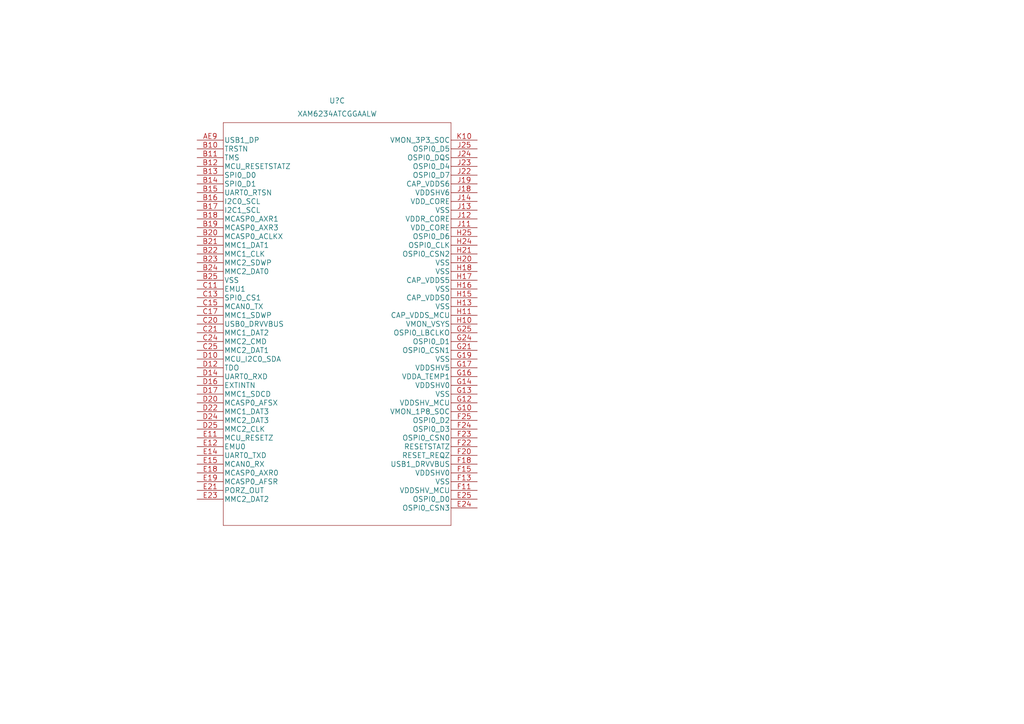
<source format=kicad_sch>
(kicad_sch (version 20211123) (generator eeschema)
  (paper "A4")
  (lib_symbols
    (symbol "XAM6234ATCGGAALW:XAM6234ATCGGAALW" (pin_names (offset 0.254))
      (property "Reference" "U" (at 45.72 10.16 0))
      (property "Value" "XAM6234ATCGGAALW" (at 45.72 7.62 0))
      (symbol "XAM6234ATCGGAALW_1_1"
        (polyline (pts (xy 7.62 -111.76) (xy 83.82 -111.76)) (stroke (width 0.127)))
        (polyline (pts (xy 7.62 5.08) (xy 7.62 -111.76)) (stroke (width 0.127)))
        (polyline (pts (xy 83.82 -111.76) (xy 83.82 5.08)) (stroke (width 0.127)))
        (polyline (pts (xy 83.82 5.08) (xy 7.62 5.08)) (stroke (width 0.127)))
        (pin power_in line (at 0 0 0) (length 7.62) (name "VSS") (number "A1"))
        (pin unspecified line (at 0 -2.54 0) (length 7.62) (name "RSVD1") (number "A2"))
        (pin output line (at 0 -5.08 0) (length 7.62) (name "MCU_OSC0_XO") (number "A3"))
        (pin bidirectional line (at 0 -7.62 0) (length 7.62) (name "WKUP_UART0_RTSN") (number "A4"))
        (pin bidirectional line (at 0 -10.16 0) (length 7.62) (name "MCU_UART0_TXD") (number "A5"))
        (pin bidirectional line (at 0 -12.7 0) (length 7.62) (name "MCU_UART0_CTSN") (number "A6"))
        (pin bidirectional line (at 0 -15.24 0) (length 7.62) (name "MCU_SPI0_CLK") (number "A7"))
        (pin bidirectional line (at 0 -17.78 0) (length 7.62) (name "MCU_I2C0_SCL") (number "A8"))
        (pin bidirectional line (at 0 -20.32 0) (length 7.62) (name "WKUP_I2C0_SDA") (number "A9"))
        (pin unspecified line (at 0 -22.86 0) (length 7.62) (name "RSVD0") (number "B1"))
        (pin input line (at 0 -25.4 0) (length 7.62) (name "MCU_OSC0_XI") (number "B2"))
        (pin bidirectional line (at 0 -27.94 0) (length 7.62) (name "MCU_MCAN0_RX") (number "B3"))
        (pin bidirectional line (at 0 -30.48 0) (length 7.62) (name "WKUP_UART0_RXD") (number "B4"))
        (pin bidirectional line (at 0 -33.02 0) (length 7.62) (name "MCU_UART0_RXD") (number "B5"))
        (pin bidirectional line (at 0 -35.56 0) (length 7.62) (name "MCU_UART0_RTSN") (number "B6"))
        (pin bidirectional line (at 0 -38.1 0) (length 7.62) (name "PMIC_LPM_EN0") (number "B7"))
        (pin bidirectional line (at 0 -40.64 0) (length 7.62) (name "MCU_SPI0_CS1") (number "B8"))
        (pin bidirectional line (at 0 -43.18 0) (length 7.62) (name "WKUP_I2C0_SCL") (number "B9"))
        (pin bidirectional line (at 0 -45.72 0) (length 7.62) (name "WKUP_LFOSC0_XO") (number "C1"))
        (pin input line (at 0 -48.26 0) (length 7.62) (name "WKUP_LFOSC0_XI") (number "C2"))
        (pin bidirectional line (at 0 -50.8 0) (length 7.62) (name "WKUP_UART0_TXD") (number "C5"))
        (pin bidirectional line (at 0 -53.34 0) (length 7.62) (name "WKUP_UART0_CTSN") (number "C6"))
        (pin bidirectional line (at 0 -55.88 0) (length 7.62) (name "MCU_SPI0_D1") (number "C9"))
        (pin bidirectional line (at 0 -58.42 0) (length 7.62) (name "MCU_ERRORN") (number "D1"))
        (pin bidirectional line (at 0 -60.96 0) (length 7.62) (name "MCU_PORZ") (number "D2"))
        (pin bidirectional line (at 0 -63.5 0) (length 7.62) (name "MCU_MCAN1_RX") (number "D4"))
        (pin bidirectional line (at 0 -66.04 0) (length 7.62) (name "MCU_MCAN0_TX") (number "D6"))
        (pin bidirectional line (at 0 -68.58 0) (length 7.62) (name "MCU_SPI0_D0") (number "D9"))
        (pin bidirectional line (at 0 -71.12 0) (length 7.62) (name "DDR0_DQS0") (number "E1"))
        (pin bidirectional line (at 0 -73.66 0) (length 7.62) (name "DDR0_DQS0_N") (number "E2"))
        (pin bidirectional line (at 0 -76.2 0) (length 7.62) (name "DDR0_DQ4") (number "E3"))
        (pin bidirectional line (at 0 -78.74 0) (length 7.62) (name "MCU_MCAN1_TX") (number "E5"))
        (pin unspecified line (at 0 -81.28 0) (length 7.62) (name "RSVD8") (number "E7"))
        (pin bidirectional line (at 0 -83.82 0) (length 7.62) (name "MCU_SPI0_CS0") (number "E8"))
        (pin bidirectional line (at 0 -86.36 0) (length 7.62) (name "DDR0_DQ7") (number "F1"))
        (pin bidirectional line (at 0 -88.9 0) (length 7.62) (name "DDR0_DQ6") (number "F2"))
        (pin bidirectional line (at 0 -91.44 0) (length 7.62) (name "DDR0_DQ2") (number "F3"))
        (pin bidirectional line (at 0 -93.98 0) (length 7.62) (name "DDR0_DQ0") (number "F4"))
        (pin unspecified line (at 0 -96.52 0) (length 7.62) (name "RSVD2") (number "F6"))
        (pin power_in line (at 0 -99.06 0) (length 7.62) (name "VDD_CANUART") (number "F8"))
        (pin output line (at 0 -101.6 0) (length 7.62) (name "DDR0_RESET0_N") (number "G1"))
        (pin bidirectional line (at 0 -104.14 0) (length 7.62) (name "DDR0_DQ5") (number "G2"))
        (pin bidirectional line (at 91.44 -106.68 180) (length 7.62) (name "DDR0_DQ1") (number "G5"))
        (pin power_in line (at 91.44 -104.14 180) (length 7.62) (name "VDDS_OSC0") (number "G7"))
        (pin unspecified line (at 91.44 -101.6 180) (length 7.62) (name "CAP_VDDS_CANUART") (number "G9"))
        (pin output line (at 91.44 -99.06 180) (length 7.62) (name "DDR0_ODT0") (number "H1"))
        (pin output line (at 91.44 -96.52 180) (length 7.62) (name "DDR0_CKE0") (number "H2"))
        (pin bidirectional line (at 91.44 -93.98 180) (length 7.62) (name "DDR0_DM0") (number "H5"))
        (pin bidirectional line (at 91.44 -91.44 180) (length 7.62) (name "DDR0_DQ3") (number "H6"))
        (pin power_in line (at 91.44 -88.9 180) (length 7.62) (name "VDD_CORE") (number "H8"))
        (pin power_in line (at 91.44 -86.36 180) (length 7.62) (name "VDDSHV_CANUART") (number "H9"))
        (pin output line (at 91.44 -83.82 180) (length 7.62) (name "DDR0_A0") (number "J1"))
        (pin output line (at 91.44 -81.28 180) (length 7.62) (name "DDR0_A1") (number "J2"))
        (pin output line (at 91.44 -78.74 180) (length 7.62) (name "DDR0_ODT1") (number "J3"))
        (pin output line (at 91.44 -76.2 180) (length 7.62) (name "DDR0_CKE1") (number "J4"))
        (pin power_in line (at 91.44 -73.66 180) (length 7.62) (name "VSS") (number "J7"))
        (pin power_in line (at 91.44 -71.12 180) (length 7.62) (name "VPP") (number "J8"))
        (pin output line (at 91.44 -68.58 180) (length 7.62) (name "DDR0_A5") (number "K1"))
        (pin output line (at 91.44 -66.04 180) (length 7.62) (name "DDR0_CS1_N") (number "K2"))
        (pin output line (at 91.44 -63.5 180) (length 7.62) (name "DDR0_A2") (number "K3"))
        (pin output line (at 91.44 -60.96 180) (length 7.62) (name "DDR0_A4") (number "K4"))
        (pin power_in line (at 91.44 -58.42 180) (length 7.62) (name "VSS") (number "K7"))
        (pin power_in line (at 91.44 -55.88 180) (length 7.62) (name "VDDS_DDR") (number "K9"))
        (pin output line (at 91.44 -53.34 180) (length 7.62) (name "DDR0_CK0") (number "L1"))
        (pin output line (at 91.44 -50.8 180) (length 7.62) (name "DDR0_CK0_N") (number "L2"))
        (pin output line (at 91.44 -48.26 180) (length 7.62) (name "DDR0_A3") (number "L5"))
        (pin output line (at 91.44 -45.72 180) (length 7.62) (name "DDR0_CS0_N") (number "L6"))
        (pin power_in line (at 91.44 -43.18 180) (length 7.62) (name "VDDS_DDR") (number "L8"))
        (pin output line (at 91.44 -40.64 180) (length 7.62) (name "DDR0_BA0") (number "M1"))
        (pin unspecified line (at 91.44 -38.1 180) (length 7.62) (name "DDR0_CAL0") (number "M2"))
        (pin output line (at 91.44 -35.56 180) (length 7.62) (name "DDR0_CAS_N") (number "M4"))
        (pin output line (at 91.44 -33.02 180) (length 7.62) (name "DDR0_RAS_N") (number "M5"))
        (pin power_in line (at 91.44 -30.48 180) (length 7.62) (name "VSS") (number "M7"))
        (pin power_in line (at 91.44 -27.94 180) (length 7.62) (name "VSS") (number "M8"))
        (pin power_in line (at 91.44 -25.4 180) (length 7.62) (name "VDDS_DDR_C") (number "M9"))
        (pin output line (at 91.44 -22.86 180) (length 7.62) (name "DDR0_BA1") (number "N1"))
        (pin output line (at 91.44 -20.32 180) (length 7.62) (name "DDR0_BG1") (number "N2"))
        (pin output line (at 91.44 -17.78 180) (length 7.62) (name "DDR0_WE_N") (number "N3"))
        (pin output line (at 91.44 -15.24 180) (length 7.62) (name "DDR0_ACT_N") (number "N6"))
        (pin power_in line (at 91.44 -12.7 180) (length 7.62) (name "VDD_CORE") (number "N8"))
        (pin output line (at 91.44 -10.16 180) (length 7.62) (name "DDR0_A8") (number "P1"))
        (pin output line (at 91.44 -7.62 180) (length 7.62) (name "DDR0_A7") (number "P2"))
        (pin output line (at 91.44 -5.08 180) (length 7.62) (name "DDR0_A9") (number "P4"))
        (pin output line (at 91.44 -2.54 180) (length 7.62) (name "DDR0_A11") (number "P5"))
        (pin power_in line (at 91.44 0 180) (length 7.62) (name "VSS") (number "P7"))
      )
      (symbol "XAM6234ATCGGAALW_2_1"
        (polyline (pts (xy 7.62 -111.76) (xy 73.66 -111.76)) (stroke (width 0.127)))
        (polyline (pts (xy 7.62 5.08) (xy 7.62 -111.76)) (stroke (width 0.127)))
        (polyline (pts (xy 73.66 -111.76) (xy 73.66 5.08)) (stroke (width 0.127)))
        (polyline (pts (xy 73.66 5.08) (xy 7.62 5.08)) (stroke (width 0.127)))
        (pin input line (at 0 -91.44 0) (length 7.62) (name "TCK") (number "A10"))
        (pin input line (at 0 -93.98 0) (length 7.62) (name "TDI") (number "A11"))
        (pin bidirectional line (at 0 -96.52 0) (length 7.62) (name "WKUP_CLKOUT0") (number "A12"))
        (pin bidirectional line (at 0 -99.06 0) (length 7.62) (name "SPI0_CS0") (number "A13"))
        (pin bidirectional line (at 0 -101.6 0) (length 7.62) (name "SPI0_CLK") (number "A14"))
        (pin bidirectional line (at 0 -104.14 0) (length 7.62) (name "UART0_CTSN") (number "A15"))
        (pin bidirectional line (at 81.28 -106.68 180) (length 7.62) (name "I2C0_SDA") (number "A16"))
        (pin bidirectional line (at 81.28 -104.14 180) (length 7.62) (name "I2C1_SDA") (number "A17"))
        (pin bidirectional line (at 81.28 -101.6 180) (length 7.62) (name "EXT_REFCLK1") (number "A18"))
        (pin bidirectional line (at 81.28 -99.06 180) (length 7.62) (name "MCASP0_AXR2") (number "A19"))
        (pin bidirectional line (at 81.28 -96.52 180) (length 7.62) (name "MCASP0_ACLKR") (number "A20"))
        (pin bidirectional line (at 81.28 -93.98 180) (length 7.62) (name "MMC1_CMD") (number "A21"))
        (pin bidirectional line (at 81.28 -91.44 180) (length 7.62) (name "MMC1_DAT0") (number "A22"))
        (pin bidirectional line (at 81.28 -88.9 180) (length 7.62) (name "MMC2_SDCD") (number "A23"))
        (pin power_in line (at 81.28 -86.36 180) (length 7.62) (name "VSS") (number "A24"))
        (pin power_in line (at 81.28 -83.82 180) (length 7.62) (name "VSS") (number "A25"))
        (pin bidirectional line (at 81.28 -81.28 180) (length 7.62) (name "MMC0_DAT1") (number "AA1"))
        (pin bidirectional line (at 81.28 -78.74 180) (length 7.62) (name "MMC0_DAT0") (number "AA2"))
        (pin bidirectional line (at 81.28 -76.2 180) (length 7.62) (name "MMC0_DAT2") (number "AA3"))
        (pin bidirectional line (at 81.28 -73.66 180) (length 7.62) (name "OLDI0_A0N") (number "AA5"))
        (pin bidirectional line (at 81.28 -71.12 180) (length 7.62) (name "OLDI0_A3P") (number "AA7"))
        (pin bidirectional line (at 81.28 -68.58 180) (length 7.62) (name "OLDI0_A2P") (number "AA8"))
        (pin bidirectional line (at 81.28 -66.04 180) (length 7.62) (name "MMC0_CLK") (number "AB1"))
        (pin bidirectional line (at 81.28 -63.5 180) (length 7.62) (name "MMC0_DAT4") (number "AB2"))
        (pin bidirectional line (at 81.28 -60.96 180) (length 7.62) (name "OLDI0_A1P") (number "AB4"))
        (pin bidirectional line (at 81.28 -58.42 180) (length 7.62) (name "OLDI0_A3N") (number "AB6"))
        (pin power_in line (at 81.28 -55.88 180) (length 7.62) (name "VSS") (number "AB9"))
        (pin bidirectional line (at 81.28 -53.34 180) (length 7.62) (name "MMC0_DAT5") (number "AC1"))
        (pin bidirectional line (at 81.28 -50.8 180) (length 7.62) (name "MMC0_DAT7") (number "AC2"))
        (pin bidirectional line (at 81.28 -48.26 180) (length 7.62) (name "OLDI0_A4P") (number "AC5"))
        (pin bidirectional line (at 81.28 -45.72 180) (length 7.62) (name "OLDI0_A4N") (number "AC6"))
        (pin bidirectional line (at 81.28 -43.18 180) (length 7.62) (name "USB1_RCALIB") (number "AC9"))
        (pin power_in line (at 81.28 -40.64 180) (length 7.62) (name "VSS") (number "AD1"))
        (pin bidirectional line (at 81.28 -38.1 180) (length 7.62) (name "MMC0_DAT6") (number "AD2"))
        (pin bidirectional line (at 81.28 -35.56 180) (length 7.62) (name "OLDI0_A1N") (number "AD3"))
        (pin bidirectional line (at 81.28 -33.02 180) (length 7.62) (name "OLDI0_CLK0N") (number "AD4"))
        (pin bidirectional line (at 81.28 -30.48 180) (length 7.62) (name "OLDI0_CLK1P") (number "AD5"))
        (pin bidirectional line (at 81.28 -27.94 180) (length 7.62) (name "OLDI0_A5P") (number "AD6"))
        (pin bidirectional line (at 81.28 -25.4 180) (length 7.62) (name "OLDI0_A6P") (number "AD7"))
        (pin bidirectional line (at 81.28 -22.86 180) (length 7.62) (name "OLDI0_A7N") (number "AD8"))
        (pin power_in line (at 81.28 -20.32 180) (length 7.62) (name "VSS") (number "AD9"))
        (pin power_in line (at 81.28 -17.78 180) (length 7.62) (name "VSS") (number "AE1"))
        (pin unspecified line (at 81.28 -15.24 180) (length 7.62) (name "RSVD3") (number "AE2"))
        (pin bidirectional line (at 81.28 -12.7 180) (length 7.62) (name "OLDI0_CLK0P") (number "AE3"))
        (pin bidirectional line (at 81.28 -10.16 180) (length 7.62) (name "OLDI0_CLK1N") (number "AE4"))
        (pin bidirectional line (at 81.28 -7.62 180) (length 7.62) (name "OLDI0_A5N") (number "AE5"))
        (pin bidirectional line (at 81.28 -5.08 180) (length 7.62) (name "OLDI0_A6N") (number "AE6"))
        (pin bidirectional line (at 81.28 -2.54 180) (length 7.62) (name "OLDI0_A7P") (number "AE7"))
        (pin power_in line (at 81.28 0 180) (length 7.62) (name "VSS") (number "AE8"))
        (pin power_in line (at 0 0 0) (length 7.62) (name "VDDS_DDR") (number "P9"))
        (pin output line (at 0 -2.54 0) (length 7.62) (name "DDR0_A13") (number "R1"))
        (pin output line (at 0 -5.08 0) (length 7.62) (name "DDR0_A6") (number "R2"))
        (pin bidirectional line (at 0 -7.62 0) (length 7.62) (name "DDR0_ALERT_N") (number "R3"))
        (pin output line (at 0 -10.16 0) (length 7.62) (name "DDR0_A10") (number "R5"))
        (pin output line (at 0 -12.7 0) (length 7.62) (name "DDR0_A12") (number "R6"))
        (pin power_in line (at 0 -15.24 0) (length 7.62) (name "VDDS_DDR") (number "R8"))
        (pin output line (at 0 -17.78 0) (length 7.62) (name "DDR0_PAR") (number "T1"))
        (pin unspecified line (at 0 -20.32 0) (length 7.62) (name "RSVD4") (number "T2"))
        (pin output line (at 0 -22.86 0) (length 7.62) (name "DDR0_BG0") (number "T4"))
        (pin power_in line (at 0 -25.4 0) (length 7.62) (name "VDDSHV4") (number "T7"))
        (pin power_in line (at 0 -27.94 0) (length 7.62) (name "VSS") (number "T8"))
        (pin power_in line (at 0 -30.48 0) (length 7.62) (name "VDDA_TEMP0") (number "T9"))
        (pin bidirectional line (at 0 -33.02 0) (length 7.62) (name "DDR0_DQ8") (number "U1"))
        (pin bidirectional line (at 0 -35.56 0) (length 7.62) (name "DDR0_DQ10") (number "U2"))
        (pin bidirectional line (at 0 -38.1 0) (length 7.62) (name "DDR0_DQ9") (number "U3"))
        (pin unspecified line (at 0 -40.64 0) (length 7.62) (name "RSVD5") (number "U4"))
        (pin unspecified line (at 0 -43.18 0) (length 7.62) (name "CAP_VDDS4") (number "U7"))
        (pin power_in line (at 0 -45.72 0) (length 7.62) (name "VSS") (number "U8"))
        (pin bidirectional line (at 0 -48.26 0) (length 7.62) (name "DDR0_DQS1") (number "V1"))
        (pin bidirectional line (at 0 -50.8 0) (length 7.62) (name "DDR0_DQS1_N") (number "V2"))
        (pin bidirectional line (at 0 -53.34 0) (length 7.62) (name "DDR0_DQ11") (number "V5"))
        (pin bidirectional line (at 0 -55.88 0) (length 7.62) (name "DDR0_DQ13") (number "V6"))
        (pin power_in line (at 0 -58.42 0) (length 7.62) (name "VDD_CORE") (number "V8"))
        (pin power_in line (at 0 -60.96 0) (length 7.62) (name "VSS") (number "V9"))
        (pin bidirectional line (at 0 -63.5 0) (length 7.62) (name "DDR0_DQ15") (number "W1"))
        (pin bidirectional line (at 0 -66.04 0) (length 7.62) (name "DDR0_DQ12") (number "W2"))
        (pin bidirectional line (at 0 -68.58 0) (length 7.62) (name "DDR0_DM1") (number "W5"))
        (pin power_in line (at 0 -71.12 0) (length 7.62) (name "VSS") (number "W7"))
        (pin power_in line (at 0 -73.66 0) (length 7.62) (name "VDDA_1P8_OLDI0") (number "W9"))
        (pin bidirectional line (at 0 -76.2 0) (length 7.62) (name "DDR0_DQ14") (number "Y1"))
        (pin power_in line (at 0 -78.74 0) (length 7.62) (name "VSS") (number "Y2"))
        (pin bidirectional line (at 0 -81.28 0) (length 7.62) (name "MMC0_CMD") (number "Y3"))
        (pin bidirectional line (at 0 -83.82 0) (length 7.62) (name "MMC0_DAT3") (number "Y4"))
        (pin bidirectional line (at 0 -86.36 0) (length 7.62) (name "OLDI0_A0P") (number "Y6"))
        (pin bidirectional line (at 0 -88.9 0) (length 7.62) (name "OLDI0_A2N") (number "Y8"))
      )
      (symbol "XAM6234ATCGGAALW_3_1"
        (polyline (pts (xy 7.62 -111.76) (xy 73.66 -111.76)) (stroke (width 0.127)))
        (polyline (pts (xy 7.62 5.08) (xy 7.62 -111.76)) (stroke (width 0.127)))
        (polyline (pts (xy 73.66 -111.76) (xy 73.66 5.08)) (stroke (width 0.127)))
        (polyline (pts (xy 73.66 5.08) (xy 7.62 5.08)) (stroke (width 0.127)))
        (pin bidirectional line (at 0 0 0) (length 7.62) (name "USB1_DP") (number "AE9"))
        (pin input line (at 0 -2.54 0) (length 7.62) (name "TRSTN") (number "B10"))
        (pin input line (at 0 -5.08 0) (length 7.62) (name "TMS") (number "B11"))
        (pin bidirectional line (at 0 -7.62 0) (length 7.62) (name "MCU_RESETSTATZ") (number "B12"))
        (pin bidirectional line (at 0 -10.16 0) (length 7.62) (name "SPI0_D0") (number "B13"))
        (pin bidirectional line (at 0 -12.7 0) (length 7.62) (name "SPI0_D1") (number "B14"))
        (pin bidirectional line (at 0 -15.24 0) (length 7.62) (name "UART0_RTSN") (number "B15"))
        (pin bidirectional line (at 0 -17.78 0) (length 7.62) (name "I2C0_SCL") (number "B16"))
        (pin bidirectional line (at 0 -20.32 0) (length 7.62) (name "I2C1_SCL") (number "B17"))
        (pin bidirectional line (at 0 -22.86 0) (length 7.62) (name "MCASP0_AXR1") (number "B18"))
        (pin bidirectional line (at 0 -25.4 0) (length 7.62) (name "MCASP0_AXR3") (number "B19"))
        (pin bidirectional line (at 0 -27.94 0) (length 7.62) (name "MCASP0_ACLKX") (number "B20"))
        (pin bidirectional line (at 0 -30.48 0) (length 7.62) (name "MMC1_DAT1") (number "B21"))
        (pin bidirectional line (at 0 -33.02 0) (length 7.62) (name "MMC1_CLK") (number "B22"))
        (pin bidirectional line (at 0 -35.56 0) (length 7.62) (name "MMC2_SDWP") (number "B23"))
        (pin bidirectional line (at 0 -38.1 0) (length 7.62) (name "MMC2_DAT0") (number "B24"))
        (pin power_in line (at 0 -40.64 0) (length 7.62) (name "VSS") (number "B25"))
        (pin bidirectional line (at 0 -43.18 0) (length 7.62) (name "EMU1") (number "C11"))
        (pin bidirectional line (at 0 -45.72 0) (length 7.62) (name "SPI0_CS1") (number "C13"))
        (pin bidirectional line (at 0 -48.26 0) (length 7.62) (name "MCAN0_TX") (number "C15"))
        (pin bidirectional line (at 0 -50.8 0) (length 7.62) (name "MMC1_SDWP") (number "C17"))
        (pin bidirectional line (at 0 -53.34 0) (length 7.62) (name "USB0_DRVVBUS") (number "C20"))
        (pin bidirectional line (at 0 -55.88 0) (length 7.62) (name "MMC1_DAT2") (number "C21"))
        (pin bidirectional line (at 0 -58.42 0) (length 7.62) (name "MMC2_CMD") (number "C24"))
        (pin bidirectional line (at 0 -60.96 0) (length 7.62) (name "MMC2_DAT1") (number "C25"))
        (pin bidirectional line (at 0 -63.5 0) (length 7.62) (name "MCU_I2C0_SDA") (number "D10"))
        (pin output line (at 0 -66.04 0) (length 7.62) (name "TDO") (number "D12"))
        (pin bidirectional line (at 0 -68.58 0) (length 7.62) (name "UART0_RXD") (number "D14"))
        (pin bidirectional line (at 0 -71.12 0) (length 7.62) (name "EXTINTN") (number "D16"))
        (pin bidirectional line (at 0 -73.66 0) (length 7.62) (name "MMC1_SDCD") (number "D17"))
        (pin bidirectional line (at 0 -76.2 0) (length 7.62) (name "MCASP0_AFSX") (number "D20"))
        (pin bidirectional line (at 0 -78.74 0) (length 7.62) (name "MMC1_DAT3") (number "D22"))
        (pin bidirectional line (at 0 -81.28 0) (length 7.62) (name "MMC2_DAT3") (number "D24"))
        (pin bidirectional line (at 0 -83.82 0) (length 7.62) (name "MMC2_CLK") (number "D25"))
        (pin bidirectional line (at 0 -86.36 0) (length 7.62) (name "MCU_RESETZ") (number "E11"))
        (pin bidirectional line (at 0 -88.9 0) (length 7.62) (name "EMU0") (number "E12"))
        (pin bidirectional line (at 0 -91.44 0) (length 7.62) (name "UART0_TXD") (number "E14"))
        (pin bidirectional line (at 0 -93.98 0) (length 7.62) (name "MCAN0_RX") (number "E15"))
        (pin bidirectional line (at 0 -96.52 0) (length 7.62) (name "MCASP0_AXR0") (number "E18"))
        (pin bidirectional line (at 0 -99.06 0) (length 7.62) (name "MCASP0_AFSR") (number "E19"))
        (pin output line (at 0 -101.6 0) (length 7.62) (name "PORZ_OUT") (number "E21"))
        (pin bidirectional line (at 0 -104.14 0) (length 7.62) (name "MMC2_DAT2") (number "E23"))
        (pin bidirectional line (at 81.28 -106.68 180) (length 7.62) (name "OSPI0_CSN3") (number "E24"))
        (pin bidirectional line (at 81.28 -104.14 180) (length 7.62) (name "OSPI0_D0") (number "E25"))
        (pin power_in line (at 81.28 -101.6 180) (length 7.62) (name "VDDSHV_MCU") (number "F11"))
        (pin power_in line (at 81.28 -99.06 180) (length 7.62) (name "VSS") (number "F13"))
        (pin power_in line (at 81.28 -96.52 180) (length 7.62) (name "VDDSHV0") (number "F15"))
        (pin bidirectional line (at 81.28 -93.98 180) (length 7.62) (name "USB1_DRVVBUS") (number "F18"))
        (pin input line (at 81.28 -91.44 180) (length 7.62) (name "RESET_REQZ") (number "F20"))
        (pin output line (at 81.28 -88.9 180) (length 7.62) (name "RESETSTATZ") (number "F22"))
        (pin bidirectional line (at 81.28 -86.36 180) (length 7.62) (name "OSPI0_CSN0") (number "F23"))
        (pin bidirectional line (at 81.28 -83.82 180) (length 7.62) (name "OSPI0_D3") (number "F24"))
        (pin bidirectional line (at 81.28 -81.28 180) (length 7.62) (name "OSPI0_D2") (number "F25"))
        (pin unspecified line (at 81.28 -78.74 180) (length 7.62) (name "VMON_1P8_SOC") (number "G10"))
        (pin power_in line (at 81.28 -76.2 180) (length 7.62) (name "VDDSHV_MCU") (number "G12"))
        (pin power_in line (at 81.28 -73.66 180) (length 7.62) (name "VSS") (number "G13"))
        (pin power_in line (at 81.28 -71.12 180) (length 7.62) (name "VDDSHV0") (number "G14"))
        (pin power_in line (at 81.28 -68.58 180) (length 7.62) (name "VDDA_TEMP1") (number "G16"))
        (pin power_in line (at 81.28 -66.04 180) (length 7.62) (name "VDDSHV5") (number "G17"))
        (pin power_in line (at 81.28 -63.5 180) (length 7.62) (name "VSS") (number "G19"))
        (pin bidirectional line (at 81.28 -60.96 180) (length 7.62) (name "OSPI0_CSN1") (number "G21"))
        (pin bidirectional line (at 81.28 -58.42 180) (length 7.62) (name "OSPI0_D1") (number "G24"))
        (pin bidirectional line (at 81.28 -55.88 180) (length 7.62) (name "OSPI0_LBCLKO") (number "G25"))
        (pin unspecified line (at 81.28 -53.34 180) (length 7.62) (name "VMON_VSYS") (number "H10"))
        (pin unspecified line (at 81.28 -50.8 180) (length 7.62) (name "CAP_VDDS_MCU") (number "H11"))
        (pin power_in line (at 81.28 -48.26 180) (length 7.62) (name "VSS") (number "H13"))
        (pin unspecified line (at 81.28 -45.72 180) (length 7.62) (name "CAP_VDDS0") (number "H15"))
        (pin power_in line (at 81.28 -43.18 180) (length 7.62) (name "VSS") (number "H16"))
        (pin unspecified line (at 81.28 -40.64 180) (length 7.62) (name "CAP_VDDS5") (number "H17"))
        (pin power_in line (at 81.28 -38.1 180) (length 7.62) (name "VSS") (number "H18"))
        (pin power_in line (at 81.28 -35.56 180) (length 7.62) (name "VSS") (number "H20"))
        (pin bidirectional line (at 81.28 -33.02 180) (length 7.62) (name "OSPI0_CSN2") (number "H21"))
        (pin bidirectional line (at 81.28 -30.48 180) (length 7.62) (name "OSPI0_CLK") (number "H24"))
        (pin bidirectional line (at 81.28 -27.94 180) (length 7.62) (name "OSPI0_D6") (number "H25"))
        (pin power_in line (at 81.28 -25.4 180) (length 7.62) (name "VDD_CORE") (number "J11"))
        (pin power_in line (at 81.28 -22.86 180) (length 7.62) (name "VDDR_CORE") (number "J12"))
        (pin power_in line (at 81.28 -20.32 180) (length 7.62) (name "VSS") (number "J13"))
        (pin power_in line (at 81.28 -17.78 180) (length 7.62) (name "VDD_CORE") (number "J14"))
        (pin power_in line (at 81.28 -15.24 180) (length 7.62) (name "VDDSHV6") (number "J18"))
        (pin unspecified line (at 81.28 -12.7 180) (length 7.62) (name "CAP_VDDS6") (number "J19"))
        (pin bidirectional line (at 81.28 -10.16 180) (length 7.62) (name "OSPI0_D7") (number "J22"))
        (pin bidirectional line (at 81.28 -7.62 180) (length 7.62) (name "OSPI0_D4") (number "J23"))
        (pin bidirectional line (at 81.28 -5.08 180) (length 7.62) (name "OSPI0_DQS") (number "J24"))
        (pin bidirectional line (at 81.28 -2.54 180) (length 7.62) (name "OSPI0_D5") (number "J25"))
        (pin unspecified line (at 81.28 0 180) (length 7.62) (name "VMON_3P3_SOC") (number "K10"))
      )
      (symbol "XAM6234ATCGGAALW_4_1"
        (polyline (pts (xy 7.62 -111.76) (xy 68.58 -111.76)) (stroke (width 0.127)))
        (polyline (pts (xy 7.62 5.08) (xy 7.62 -111.76)) (stroke (width 0.127)))
        (polyline (pts (xy 68.58 -111.76) (xy 68.58 5.08)) (stroke (width 0.127)))
        (polyline (pts (xy 68.58 5.08) (xy 7.62 5.08)) (stroke (width 0.127)))
        (pin power_in line (at 0 0 0) (length 7.62) (name "VSS") (number "K13"))
        (pin power_in line (at 0 -2.54 0) (length 7.62) (name "VSS") (number "K15"))
        (pin power_in line (at 0 -5.08 0) (length 7.62) (name "VDDR_CORE") (number "K16"))
        (pin power_in line (at 0 -7.62 0) (length 7.62) (name "VDD_CORE") (number "K17"))
        (pin unspecified line (at 0 -10.16 0) (length 7.62) (name "CAP_VDDS1") (number "K18"))
        (pin power_in line (at 0 -12.7 0) (length 7.62) (name "VSS") (number "K19"))
        (pin bidirectional line (at 0 -15.24 0) (length 7.62) (name "GPMC0_CSN2") (number "K22"))
        (pin bidirectional line (at 0 -17.78 0) (length 7.62) (name "GPMC0_CSN3") (number "K24"))
        (pin bidirectional line (at 0 -20.32 0) (length 7.62) (name "GPMC0_WPN") (number "K25"))
        (pin power_in line (at 0 -22.86 0) (length 7.62) (name "VDDA_MCU") (number "L11"))
        (pin power_in line (at 0 -25.4 0) (length 7.62) (name "VDD_CORE") (number "L12"))
        (pin power_in line (at 0 -27.94 0) (length 7.62) (name "VDDA_PLL2") (number "L14"))
        (pin power_in line (at 0 -30.48 0) (length 7.62) (name "VDD_CORE") (number "L15"))
        (pin power_in line (at 0 -33.02 0) (length 7.62) (name "VDDSHV1") (number "L18"))
        (pin power_in line (at 0 -35.56 0) (length 7.62) (name "VSS") (number "L20"))
        (pin bidirectional line (at 0 -38.1 0) (length 7.62) (name "GPMC0_CSN1") (number "L21"))
        (pin bidirectional line (at 0 -40.64 0) (length 7.62) (name "GPMC0_ADVN_ALE") (number "L23"))
        (pin bidirectional line (at 0 -43.18 0) (length 7.62) (name "GPMC0_OEN_REN") (number "L24"))
        (pin bidirectional line (at 0 -45.72 0) (length 7.62) (name "GPMC0_WEN") (number "L25"))
        (pin power_in line (at 0 -48.26 0) (length 7.62) (name "VSS") (number "M10"))
        (pin power_in line (at 0 -50.8 0) (length 7.62) (name "VSS") (number "M12"))
        (pin power_in line (at 0 -53.34 0) (length 7.62) (name "VSS") (number "M13"))
        (pin power_in line (at 0 -55.88 0) (length 7.62) (name "VDD_CORE") (number "M16"))
        (pin power_in line (at 0 -58.42 0) (length 7.62) (name "VSS") (number "M17"))
        (pin power_in line (at 0 -60.96 0) (length 7.62) (name "VSS") (number "M18"))
        (pin power_in line (at 0 -63.5 0) (length 7.62) (name "VDDSHV1") (number "M19"))
        (pin bidirectional line (at 0 -66.04 0) (length 7.62) (name "GPMC0_CSN0") (number "M21"))
        (pin bidirectional line (at 0 -68.58 0) (length 7.62) (name "GPMC0_DIR") (number "M22"))
        (pin bidirectional line (at 0 -71.12 0) (length 7.62) (name "GPMC0_BE0N_CLE") (number "M24"))
        (pin bidirectional line (at 0 -73.66 0) (length 7.62) (name "GPMC0_AD0") (number "M25"))
        (pin power_in line (at 0 -76.2 0) (length 7.62) (name "VDD_CORE") (number "N11"))
        (pin power_in line (at 0 -78.74 0) (length 7.62) (name "VDDR_CORE") (number "N12"))
        (pin power_in line (at 0 -81.28 0) (length 7.62) (name "VDD_CORE") (number "N13"))
        (pin power_in line (at 0 -83.82 0) (length 7.62) (name "VDDR_CORE") (number "N14"))
        (pin power_in line (at 0 -86.36 0) (length 7.62) (name "VSS") (number "N15"))
        (pin power_in line (at 0 -88.9 0) (length 7.62) (name "VDDSHV3") (number "N18"))
        (pin bidirectional line (at 0 -91.44 0) (length 7.62) (name "GPMC0_BE1N") (number "N20"))
        (pin bidirectional line (at 0 -93.98 0) (length 7.62) (name "GPMC0_AD1") (number "N23"))
        (pin bidirectional line (at 0 -96.52 0) (length 7.62) (name "GPMC0_AD2") (number "N24"))
        (pin bidirectional line (at 0 -99.06 0) (length 7.62) (name "GPMC0_AD3") (number "N25"))
        (pin power_in line (at 0 -101.6 0) (length 7.62) (name "VSS") (number "P10"))
        (pin power_in line (at 0 -104.14 0) (length 7.62) (name "VSS") (number "P13"))
        (pin power_in line (at 76.2 -106.68 180) (length 7.62) (name "VDDR_CORE") (number "P16"))
        (pin power_in line (at 76.2 -104.14 180) (length 7.62) (name "VDD_CORE") (number "P17"))
        (pin power_in line (at 76.2 -101.6 180) (length 7.62) (name "VDDSHV3") (number "P18"))
        (pin unspecified line (at 76.2 -99.06 180) (length 7.62) (name "CAP_VDDS3") (number "P19"))
        (pin bidirectional line (at 76.2 -96.52 180) (length 7.62) (name "GPMC0_AD6") (number "P21"))
        (pin bidirectional line (at 76.2 -93.98 180) (length 7.62) (name "GPMC0_AD5") (number "P22"))
        (pin bidirectional line (at 76.2 -91.44 180) (length 7.62) (name "GPMC0_AD4") (number "P24"))
        (pin bidirectional line (at 76.2 -88.9 180) (length 7.62) (name "GPMC0_CLK") (number "P25"))
        (pin power_in line (at 76.2 -86.36 180) (length 7.62) (name "VDD_CORE") (number "R11"))
        (pin power_in line (at 76.2 -83.82 180) (length 7.62) (name "VDDR_CORE") (number "R12"))
        (pin power_in line (at 76.2 -81.28 180) (length 7.62) (name "VSS") (number "R13"))
        (pin power_in line (at 76.2 -78.74 180) (length 7.62) (name "VDD_CORE") (number "R14"))
        (pin power_in line (at 76.2 -76.2 180) (length 7.62) (name "VSS") (number "R15"))
        (pin power_in line (at 76.2 -73.66 180) (length 7.62) (name "VSS") (number "R18"))
        (pin power_in line (at 76.2 -71.12 180) (length 7.62) (name "VSS") (number "R20"))
        (pin bidirectional line (at 76.2 -68.58 180) (length 7.62) (name "GPMC0_AD11") (number "R21"))
        (pin bidirectional line (at 76.2 -66.04 180) (length 7.62) (name "GPMC0_AD7") (number "R23"))
        (pin bidirectional line (at 76.2 -63.5 180) (length 7.62) (name "GPMC0_AD8") (number "R24"))
        (pin bidirectional line (at 76.2 -60.96 180) (length 7.62) (name "GPMC0_AD9") (number "R25"))
        (pin power_in line (at 76.2 -58.42 180) (length 7.62) (name "VDDR_CORE") (number "T10"))
        (pin power_in line (at 76.2 -55.88 180) (length 7.62) (name "VSS") (number "T13"))
        (pin power_in line (at 76.2 -53.34 180) (length 7.62) (name "VSS") (number "T14"))
        (pin power_in line (at 76.2 -50.8 180) (length 7.62) (name "VSS") (number "T16"))
        (pin power_in line (at 76.2 -48.26 180) (length 7.62) (name "VSS") (number "T17"))
        (pin power_in line (at 76.2 -45.72 180) (length 7.62) (name "VSS") (number "T18"))
        (pin power_in line (at 76.2 -43.18 180) (length 7.62) (name "VDDSHV3") (number "T19"))
        (pin bidirectional line (at 76.2 -40.64 180) (length 7.62) (name "GPMC0_AD12") (number "T22"))
        (pin bidirectional line (at 76.2 -38.1 180) (length 7.62) (name "GPMC0_AD13") (number "T24"))
        (pin bidirectional line (at 76.2 -35.56 180) (length 7.62) (name "GPMC0_AD10") (number "T25"))
        (pin power_in line (at 76.2 -33.02 180) (length 7.62) (name "VDDA_PLL0") (number "U11"))
        (pin power_in line (at 76.2 -30.48 180) (length 7.62) (name "VDD_CORE") (number "U12"))
        (pin power_in line (at 76.2 -27.94 180) (length 7.62) (name "VDDR_CORE") (number "U14"))
        (pin power_in line (at 76.2 -25.4 180) (length 7.62) (name "VDDA_PLL1") (number "U15"))
        (pin power_in line (at 76.2 -22.86 180) (length 7.62) (name "VDDSHV3") (number "U18"))
        (pin power_in line (at 76.2 -20.32 180) (length 7.62) (name "VSS") (number "U19"))
        (pin bidirectional line (at 76.2 -17.78 180) (length 7.62) (name "VOUT0_DATA0") (number "U22"))
        (pin bidirectional line (at 76.2 -15.24 180) (length 7.62) (name "GPMC0_WAIT0") (number "U23"))
        (pin bidirectional line (at 76.2 -12.7 180) (length 7.62) (name "GPMC0_AD15") (number "U24"))
        (pin bidirectional line (at 76.2 -10.16 180) (length 7.62) (name "GPMC0_AD14") (number "U25"))
        (pin power_in line (at 76.2 -7.62 180) (length 7.62) (name "VSS") (number "V10"))
        (pin power_in line (at 76.2 -5.08 180) (length 7.62) (name "VSS") (number "V11"))
        (pin power_in line (at 76.2 -2.54 180) (length 7.62) (name "VSS") (number "V13"))
        (pin power_in line (at 76.2 0 180) (length 7.62) (name "VDD_CORE") (number "V15"))
      )
      (symbol "XAM6234ATCGGAALW_5_1"
        (polyline (pts (xy 7.62 -111.76) (xy 78.74 -111.76)) (stroke (width 0.127)))
        (polyline (pts (xy 7.62 5.08) (xy 7.62 -111.76)) (stroke (width 0.127)))
        (polyline (pts (xy 78.74 -111.76) (xy 78.74 5.08)) (stroke (width 0.127)))
        (polyline (pts (xy 78.74 5.08) (xy 7.62 5.08)) (stroke (width 0.127)))
        (pin power_in line (at 0 -66.04 0) (length 7.62) (name "VSS") (number "AA11"))
        (pin unspecified line (at 0 -68.58 0) (length 7.62) (name "RSVD6") (number "AA12"))
        (pin unspecified line (at 0 -71.12 0) (length 7.62) (name "CSI0_RXRCALIB") (number "AA14"))
        (pin bidirectional line (at 0 -73.66 0) (length 7.62) (name "RGMII1_RD3") (number "AA15"))
        (pin bidirectional line (at 0 -76.2 0) (length 7.62) (name "RGMII2_TD1") (number "AA18"))
        (pin bidirectional line (at 0 -78.74 0) (length 7.62) (name "RGMII2_TX_CTL") (number "AA19"))
        (pin bidirectional line (at 0 -81.28 0) (length 7.62) (name "VOUT0_DATA15") (number "AA21"))
        (pin bidirectional line (at 0 -83.82 0) (length 7.62) (name "VOUT0_DATA11") (number "AA23"))
        (pin bidirectional line (at 0 -86.36 0) (length 7.62) (name "VOUT0_DATA13") (number "AA24"))
        (pin bidirectional line (at 0 -88.9 0) (length 7.62) (name "VOUT0_DATA7") (number "AA25"))
        (pin unspecified line (at 0 -91.44 0) (length 7.62) (name "USB1_VBUS") (number "AB10"))
        (pin input line (at 0 -93.98 0) (length 7.62) (name "CSI0_RXN3") (number "AB12"))
        (pin input line (at 0 -96.52 0) (length 7.62) (name "CSI0_RXN0") (number "AB14"))
        (pin bidirectional line (at 0 -99.06 0) (length 7.62) (name "RGMII1_RD2") (number "AB16"))
        (pin bidirectional line (at 0 -101.6 0) (length 7.62) (name "RGMII1_RD0") (number "AB17"))
        (pin bidirectional line (at 0 -104.14 0) (length 7.62) (name "RGMII2_RD1") (number "AB20"))
        (pin bidirectional line (at 86.36 -106.68 180) (length 7.62) (name "MDIO0_MDIO") (number "AB22"))
        (pin bidirectional line (at 86.36 -104.14 180) (length 7.62) (name "VOUT0_HSYNC") (number "AB24"))
        (pin bidirectional line (at 86.36 -101.6 180) (length 7.62) (name "VOUT0_DATA12") (number "AB25"))
        (pin unspecified line (at 86.36 -99.06 180) (length 7.62) (name "USB0_VBUS") (number "AC11"))
        (pin input line (at 86.36 -96.52 180) (length 7.62) (name "CSI0_RXP3") (number "AC13"))
        (pin input line (at 86.36 -93.98 180) (length 7.62) (name "CSI0_RXP0") (number "AC15"))
        (pin bidirectional line (at 86.36 -91.44 180) (length 7.62) (name "RGMII1_RD1") (number "AC17"))
        (pin bidirectional line (at 86.36 -88.9 180) (length 7.62) (name "RGMII2_TD3") (number "AC20"))
        (pin bidirectional line (at 86.36 -86.36 180) (length 7.62) (name "RGMII2_RD2") (number "AC21"))
        (pin bidirectional line (at 86.36 -83.82 180) (length 7.62) (name "VOUT0_PCLK") (number "AC24"))
        (pin bidirectional line (at 86.36 -81.28 180) (length 7.62) (name "VOUT0_VSYNC") (number "AC25"))
        (pin bidirectional line (at 86.36 -78.74 180) (length 7.62) (name "USB1_DM") (number "AD10"))
        (pin bidirectional line (at 86.36 -76.2 180) (length 7.62) (name "USB0_DP") (number "AD11"))
        (pin power_in line (at 86.36 -73.66 180) (length 7.62) (name "VSS") (number "AD12"))
        (pin input line (at 86.36 -71.12 180) (length 7.62) (name "CSI0_RXN2") (number "AD13"))
        (pin input line (at 86.36 -68.58 180) (length 7.62) (name "CSI0_RXN1") (number "AD14"))
        (pin input line (at 86.36 -66.04 180) (length 7.62) (name "CSI0_RXCLKN") (number "AD15"))
        (pin power_in line (at 86.36 -63.5 180) (length 7.62) (name "VSS") (number "AD16"))
        (pin bidirectional line (at 86.36 -60.96 180) (length 7.62) (name "RGMII1_RXC") (number "AD17"))
        (pin bidirectional line (at 86.36 -58.42 180) (length 7.62) (name "RGMII1_TD3") (number "AD18"))
        (pin bidirectional line (at 86.36 -55.88 180) (length 7.62) (name "RGMII1_TX_CTL") (number "AD19"))
        (pin bidirectional line (at 86.36 -53.34 180) (length 7.62) (name "RGMII1_TD1") (number "AD20"))
        (pin bidirectional line (at 86.36 -50.8 180) (length 7.62) (name "RGMII2_TD2") (number "AD21"))
        (pin bidirectional line (at 86.36 -48.26 180) (length 7.62) (name "RGMII2_RX_CTL") (number "AD22"))
        (pin bidirectional line (at 86.36 -45.72 180) (length 7.62) (name "RGMII2_RXC") (number "AD23"))
        (pin bidirectional line (at 86.36 -43.18 180) (length 7.62) (name "MDIO0_MDC") (number "AD24"))
        (pin power_in line (at 86.36 -40.64 180) (length 7.62) (name "VSS") (number "AD25"))
        (pin bidirectional line (at 86.36 -38.1 180) (length 7.62) (name "USB0_RCALIB") (number "AE10"))
        (pin bidirectional line (at 86.36 -35.56 180) (length 7.62) (name "USB0_DM") (number "AE11"))
        (pin power_in line (at 86.36 -33.02 180) (length 7.62) (name "VSS") (number "AE12"))
        (pin input line (at 86.36 -30.48 180) (length 7.62) (name "CSI0_RXP2") (number "AE13"))
        (pin input line (at 86.36 -27.94 180) (length 7.62) (name "CSI0_RXP1") (number "AE14"))
        (pin input line (at 86.36 -25.4 180) (length 7.62) (name "CSI0_RXCLKP") (number "AE15"))
        (pin power_in line (at 86.36 -22.86 180) (length 7.62) (name "VSS") (number "AE16"))
        (pin bidirectional line (at 86.36 -20.32 180) (length 7.62) (name "RGMII1_RX_CTL") (number "AE17"))
        (pin bidirectional line (at 86.36 -17.78 180) (length 7.62) (name "RGMII1_TD2") (number "AE18"))
        (pin bidirectional line (at 86.36 -15.24 180) (length 7.62) (name "RGMII1_TXC") (number "AE19"))
        (pin bidirectional line (at 86.36 -12.7 180) (length 7.62) (name "RGMII1_TD0") (number "AE20"))
        (pin bidirectional line (at 86.36 -10.16 180) (length 7.62) (name "RGMII2_TXC") (number "AE21"))
        (pin bidirectional line (at 86.36 -7.62 180) (length 7.62) (name "RGMII2_RD3") (number "AE22"))
        (pin bidirectional line (at 86.36 -5.08 180) (length 7.62) (name "RGMII2_RD0") (number "AE23"))
        (pin power_in line (at 86.36 -2.54 180) (length 7.62) (name "VSS") (number "AE24"))
        (pin power_in line (at 86.36 0 180) (length 7.62) (name "VSS") (number "AE25"))
        (pin power_in line (at 0 0 0) (length 7.62) (name "VSS") (number "V16"))
        (pin power_in line (at 0 -2.54 0) (length 7.62) (name "VDD_CORE") (number "V17"))
        (pin power_in line (at 0 -5.08 0) (length 7.62) (name "VSS") (number "V18"))
        (pin bidirectional line (at 0 -7.62 0) (length 7.62) (name "VOUT0_DATA10") (number "V20"))
        (pin bidirectional line (at 0 -10.16 0) (length 7.62) (name "VOUT0_DATA8") (number "V21"))
        (pin bidirectional line (at 0 -12.7 0) (length 7.62) (name "VOUT0_DATA1") (number "V24"))
        (pin bidirectional line (at 0 -15.24 0) (length 7.62) (name "GPMC0_WAIT1") (number "V25"))
        (pin power_in line (at 0 -17.78 0) (length 7.62) (name "VDDA_1P8_OLDI0") (number "W10"))
        (pin power_in line (at 0 -20.32 0) (length 7.62) (name "VDDA_CORE_USB") (number "W12"))
        (pin power_in line (at 0 -22.86 0) (length 7.62) (name "VDDA_CORE_CSIRX0") (number "W13"))
        (pin power_in line (at 0 -25.4 0) (length 7.62) (name "VDDA_1P8_CSIRX0") (number "W14"))
        (pin power_in line (at 0 -27.94 0) (length 7.62) (name "VDDSHV2") (number "W16"))
        (pin unspecified line (at 0 -30.48 0) (length 7.62) (name "CAP_VDDS2") (number "W17"))
        (pin power_in line (at 0 -33.02 0) (length 7.62) (name "VDDSHV2") (number "W19"))
        (pin bidirectional line (at 0 -35.56 0) (length 7.62) (name "VOUT0_DATA9") (number "W21"))
        (pin bidirectional line (at 0 -38.1 0) (length 7.62) (name "VOUT0_DATA3") (number "W24"))
        (pin bidirectional line (at 0 -40.64 0) (length 7.62) (name "VOUT0_DATA2") (number "W25"))
        (pin power_in line (at 0 -43.18 0) (length 7.62) (name "VDDA_1P8_USB") (number "Y11"))
        (pin power_in line (at 0 -45.72 0) (length 7.62) (name "VDDA_3P3_USB") (number "Y13"))
        (pin unspecified line (at 0 -48.26 0) (length 7.62) (name "RSVD7") (number "Y15"))
        (pin bidirectional line (at 0 -50.8 0) (length 7.62) (name "RGMII2_TD0") (number "Y18"))
        (pin bidirectional line (at 0 -53.34 0) (length 7.62) (name "VOUT0_DE") (number "Y20"))
        (pin bidirectional line (at 0 -55.88 0) (length 7.62) (name "VOUT0_DATA14") (number "Y22"))
        (pin bidirectional line (at 0 -58.42 0) (length 7.62) (name "VOUT0_DATA6") (number "Y23"))
        (pin bidirectional line (at 0 -60.96 0) (length 7.62) (name "VOUT0_DATA5") (number "Y24"))
        (pin bidirectional line (at 0 -63.5 0) (length 7.62) (name "VOUT0_DATA4") (number "Y25"))
      )
    )
  )
  (symbol (lib_id "XAM6234ATCGGAALW:XAM6234ATCGGAALW") (at 57.15 40.64 0) (unit 3)
    (property "Reference" "U?" (at 97.79 29.21 0) (effects (font (size 1.524 1.524))))
    (property "Value" "XAM6234ATCGGAALW" (at 97.79 33.02 0) (effects (font (size 1.524 1.524))))
    (property "Footprint" "BGA425_ALW_TEX" (effects hide))
  )
)
</source>
